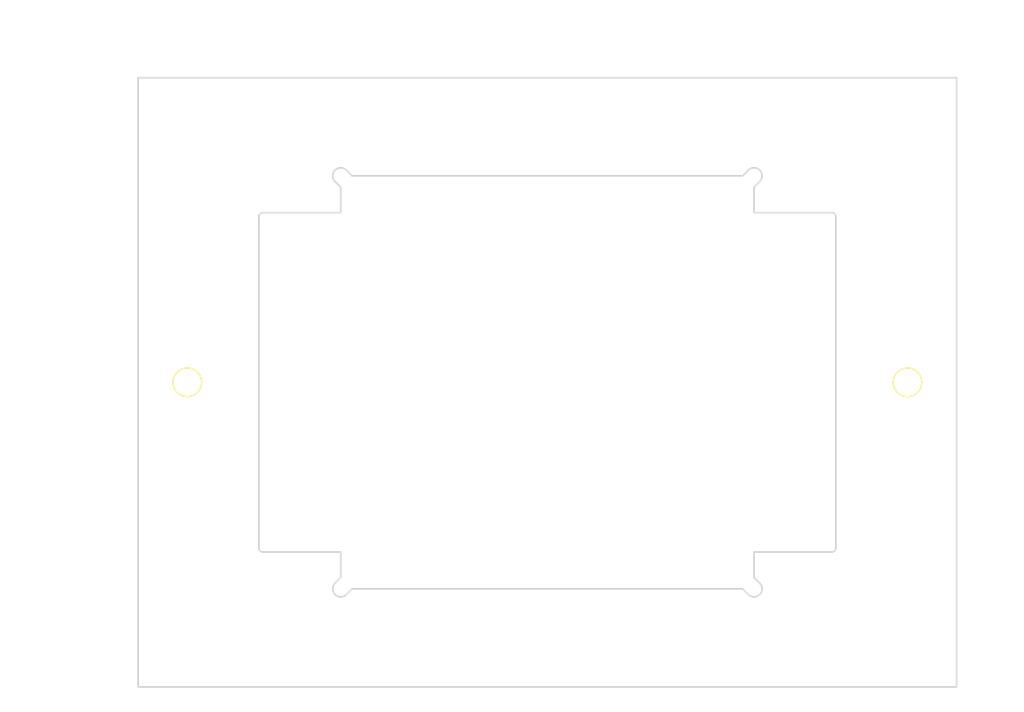
<source format=kicad_pcb>
(kicad_pcb (version 20211014) (generator pcbnew)
  (layers (0 "F.Cu" signal) (31 "B.Cu" signal) (34 "B.Paste" user) (35 "F.Paste" user) (36 "B.SilkS" user "B.Silkscreen") (37 "F.SilkS" user "F.Silkscreen") (38 "B.Mask" user) (39 "F.Mask" user) (44 "Edge.Cuts" user))
  (net 0 "")
  (footprint "MountingHole:MountingHole_2.5mm" (layer "F.Cu") (at 80.25 42.5)
    (fp_text reference "REF**" hide)
    (fp_text value "MountingHole_2.5mm" hide)
    (pad "" np_thru_hole circle locked (at 0 0) (size 2.5 2.5) (drill 2.5) (layers *.Cu *.Mask))
  )
  (footprint "MountingHole:MountingHole_2.5mm" (layer "F.Cu") (at 170.25 42.5)
    (fp_text reference "REF**" hide)
    (fp_text value "MountingHole_2.5mm" hide)
    (pad "" np_thru_hole circle locked (at 0 0) (size 2.5 2.5) (drill 2.5) (layers *.Cu *.Mask))
  )
  (footprint "MountingHole:MountingHole_2.5mm" (layer "F.Cu") (at 170.25 106.5)
    (fp_text reference "REF**" hide)
    (fp_text value "MountingHole_2.5mm" hide)
    (pad "" np_thru_hole circle locked (at 0 0) (size 2.5 2.5) (drill 2.5) (layers *.Cu *.Mask))
  )
  (footprint "MountingHole:MountingHole_2.5mm" (layer "F.Cu") (at 80.25 106.5)
    (fp_text reference "REF**" hide)
    (fp_text value "MountingHole_2.5mm" hide)
    (pad "" np_thru_hole circle locked (at 0 0) (size 2.5 2.5) (drill 2.5) (layers *.Cu *.Mask))
  )
  (gr_circle (center 169.25 74.750001) (end 171 74.750001) (layer "F.SilkS") (width 0.2) (fill none))
  (gr_circle (center 81.25 74.75) (end 83 74.75) (layer "F.SilkS") (width 0.2) (fill none))
  (gr_line (start 75.25 111.999999) (end 75.25 37.5) (layer "Edge.Cuts") (width 0.2))
  (gr_line (start 90.5 95.5) (end 100 95.5) (layer "Edge.Cuts") (width 0.2))
  (gr_line (start 149.111736 49.500001) (end 101.388263 49.5) (layer "Edge.Cuts") (width 0.2))
  (gr_line (start 100.000001 50.888264) (end 100 54.000001) (layer "Edge.Cuts") (width 0.2))
  (gr_line (start 75.25 37.5) (end 175.25 37.5) (layer "Edge.Cuts") (width 0.2))
  (gr_arc (start 149.805869 48.80587) (mid 151.194131 48.80587) (end 151.194131 50.194132) (layer "Edge.Cuts") (width 0.2))
  (gr_arc (start 90 54.5) (mid 90.146447 54.146447) (end 90.5 54) (layer "Edge.Cuts") (width 0.2))
  (gr_line (start 150.5 95.500001) (end 159.999999 95.500001) (layer "Edge.Cuts") (width 0.2))
  (gr_line (start 100 98.611737) (end 99.305869 99.305869) (layer "Edge.Cuts") (width 0.2))
  (gr_line (start 150.5 50.888264) (end 151.194131 50.194132) (layer "Edge.Cuts") (width 0.2))
  (gr_line (start 160.499999 95.000001) (end 160.5 54.500001) (layer "Edge.Cuts") (width 0.2))
  (gr_line (start 151.194131 99.305869) (end 150.499999 98.611737) (layer "Edge.Cuts") (width 0.2))
  (gr_line (start 149.805868 48.805869) (end 149.111736 49.500001) (layer "Edge.Cuts") (width 0.2))
  (gr_line (start 101.388263 100) (end 149.111736 100) (layer "Edge.Cuts") (width 0.2))
  (gr_line (start 150.5 54) (end 150.5 50.888264) (layer "Edge.Cuts") (width 0.2))
  (gr_line (start 99.305869 50.194132) (end 100.000001 50.888264) (layer "Edge.Cuts") (width 0.2))
  (gr_line (start 149.111736 100) (end 149.805868 100.694131) (layer "Edge.Cuts") (width 0.2))
  (gr_line (start 101.388263 49.5) (end 100.694131 48.805869) (layer "Edge.Cuts") (width 0.2))
  (gr_line (start 100 54.000001) (end 90.5 54) (layer "Edge.Cuts") (width 0.2))
  (gr_arc (start 100.694131 100.694131) (mid 99.305869 100.694131) (end 99.305869 99.305869) (layer "Edge.Cuts") (width 0.2))
  (gr_line (start 150.499999 98.611737) (end 150.5 95.500001) (layer "Edge.Cuts") (width 0.2))
  (gr_line (start 100 95.5) (end 100 98.611737) (layer "Edge.Cuts") (width 0.2))
  (gr_arc (start 90.5 95.5) (mid 90.146447 95.353553) (end 90 95) (layer "Edge.Cuts") (width 0.2))
  (gr_arc (start 160.499999 95.000001) (mid 160.353552 95.353554) (end 159.999999 95.500001) (layer "Edge.Cuts") (width 0.2))
  (gr_line (start 90 54.5) (end 90 95) (layer "Edge.Cuts") (width 0.2))
  (gr_arc (start 160 54.000001) (mid 160.353553 54.146448) (end 160.5 54.500001) (layer "Edge.Cuts") (width 0.2))
  (gr_arc (start 99.305871 50.194131) (mid 99.30587 48.80587) (end 100.694131 48.805869) (layer "Edge.Cuts") (width 0.2))
  (gr_line (start 100.694131 100.694131) (end 101.388263 100) (layer "Edge.Cuts") (width 0.2))
  (gr_line (start 160 54.000001) (end 150.5 54) (layer "Edge.Cuts") (width 0.2))
  (gr_line (start 175.25 112) (end 75.25 111.999999) (layer "Edge.Cuts") (width 0.2))
  (gr_line (start 175.25 37.5) (end 175.25 112) (layer "Edge.Cuts") (width 0.2))
  (gr_arc (start 151.19413 99.305869) (mid 151.19413 100.694131) (end 149.805868 100.694131) (layer "Edge.Cuts") (width 0.2))
)
</source>
